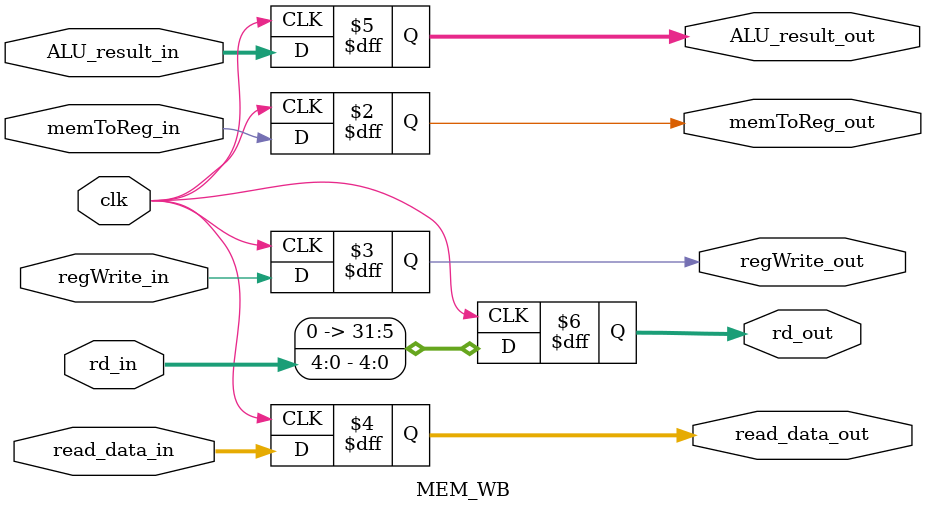
<source format=v>
`timescale 1ns / 1ps


module IF_ID(
    input clk,
    input [31:0] pc_in,
    output reg [31:0] pc_out,
    input [31:0] instruction_in,
    output reg [31:0] instruction_out

);
    always @ (posedge clk) begin
        pc_out <= pc_in;
        instruction_out <= instruction_in;
    end
endmodule : IF_ID

module ID_EX (
    input clk,
    /* Control Signals */
    input branch_in,
    input memRead_in,
    input memToReg_in,
    input [1:0] ALUop_in,
    input memWrite_in,
    input ALUsrc_in,
    input regWrite_in,

    output reg branch_out,
    output reg memRead_out,
    output reg memToReg_out,
    output reg [1:0] ALUop_out,
    output reg memWrite_out,
    output reg ALUsrc_out,
    output reg regWrite_out,
    /* Control Signals */
    
    input [31:0] pc_in,
    output reg [31:0] pc_out,
    input [31:0] read_data_1_in,
    output reg [31:0] read_data_1_out,
    input [31:0] read_data_2_in,
    output reg [31:0] read_data_2_out,
    input [31:0] immediate_in,
    output reg [31:0] immediate_out,
    input [3:0] funct3_in,
    output reg [3:0] funct3_out,
    input [4:0] rd_in,
    output reg [4:0] rd_out

);
    always @ (posedge clk) begin
        branch_out <= branch_in;
        memRead_out <= memRead_in;
        memToReg_out <= memToReg_in;
        ALUop_out <= ALUop_in;
        memWrite_out <= memWrite_in;
        ALUsrc_out <= ALUsrc_in;
        regWrite_out <= regWrite_in;

        pc_out <= pc_in;
        read_data_1_out <= read_data_1_in;
        read_data_2_out <= read_data_2_in;
        immediate_out <= immediate_in;
        funct3_out <= funct3_in;
        rd_out <= rd_in;
    end
endmodule : ID_EX

module EX_MEM (
    input clk,
    /* Control Signals */
    input branch_in,
    input memRead_in,
    input memToReg_in,
    input memWrite_in,
    input regWrite_in,

    output reg branch_out,
    output reg memRead_out,
    output reg memToReg_out,
    output reg memWrite_out,
    output reg regWrite_out,
    /* Control Signals */
    
    input [31:0] branch_destination_in,
    output reg [31:0] branch_destination_out,
    input zero_in,
    output reg zero_out,
    input bne_in,
    output reg bne_out,
    input [31:0] ALU_result_in,
    output reg [31:0] ALU_result_out,
    input [31:0] read_data_2_in,
    output reg [31:0] read_data_2_out,
    input [4:0] rd_in,
    output reg [31:0] rd_out

);
    always @ (posedge clk) begin
        branch_out <= branch_in;
        memRead_out <= memRead_in;
        memToReg_out <= memToReg_in;
        memWrite_out <= memWrite_in;
        regWrite_out <= regWrite_in;

        branch_destination_out <= branch_destination_in;
        zero_out <= zero_in;
        bne_out <= bne_in;
        ALU_result_out <= ALU_result_in;
        read_data_2_out <= read_data_2_in;
        rd_out <= rd_in;
    end
endmodule : EX_MEM

module MEM_WB (
    input clk,
    /* Control Signals */
    input memToReg_in,
    input regWrite_in,

    output reg memToReg_out,
    output reg regWrite_out,
    /* Control Signals */
    
    input [31:0] read_data_in,
    output reg [31:0] read_data_out,
    input [31:0] ALU_result_in,
    output reg [31:0] ALU_result_out,
    input [4:0] rd_in,
    output reg [31:0] rd_out

);
    always @ (posedge clk) begin
            memToReg_out <= memToReg_in;
            regWrite_out <= regWrite_in;

            read_data_out <= read_data_in;
            ALU_result_out <= ALU_result_in;
            rd_out <= rd_in;
        end
endmodule : MEM_WB
</source>
